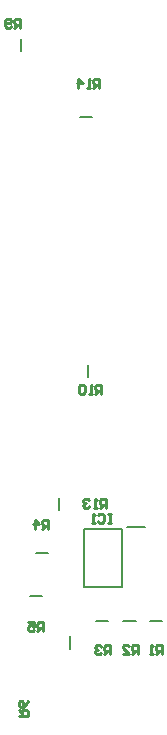
<source format=gbr>
G04*
G04 #@! TF.GenerationSoftware,Altium Limited,Altium Designer,23.0.1 (38)*
G04*
G04 Layer_Color=32896*
%FSLAX44Y44*%
%MOMM*%
G71*
G04*
G04 #@! TF.SameCoordinates,7BCDEA22-2D04-4257-93D8-CBB99C7658D5*
G04*
G04*
G04 #@! TF.FilePolarity,Positive*
G04*
G01*
G75*
%ADD10C,0.2000*%
%ADD12C,0.2540*%
D10*
X166036Y297631D02*
Y308131D01*
X109352Y573594D02*
Y584094D01*
X141296Y184827D02*
Y195327D01*
X159234Y517807D02*
X169734D01*
X122165Y148483D02*
X132665D01*
X117091Y111976D02*
X127591D01*
X150581Y67620D02*
Y78120D01*
X173081Y91526D02*
X183581D01*
X195983Y91550D02*
X206483D01*
X218728Y91526D02*
X229228D01*
X162939Y169482D02*
X195439D01*
X162939Y120282D02*
Y169482D01*
Y120282D02*
X195439D01*
Y169482D01*
X198939Y170682D02*
X214440D01*
D12*
X175944Y542886D02*
Y550504D01*
X172135D01*
X170866Y549234D01*
Y546695D01*
X172135Y545425D01*
X175944D01*
X173405D02*
X170866Y542886D01*
X168326D02*
X165787D01*
X167057D01*
Y550504D01*
X168326Y549234D01*
X158170Y542886D02*
Y550504D01*
X161978Y546695D01*
X156900D01*
X181184Y187090D02*
Y194707D01*
X177375D01*
X176106Y193438D01*
Y190898D01*
X177375Y189629D01*
X181184D01*
X178645D02*
X176106Y187090D01*
X173566D02*
X171027D01*
X172297D01*
Y194707D01*
X173566Y193438D01*
X167219D02*
X165949Y194707D01*
X163410D01*
X162140Y193438D01*
Y192168D01*
X163410Y190898D01*
X164679D01*
X163410D01*
X162140Y189629D01*
Y188359D01*
X163410Y187090D01*
X165949D01*
X167219Y188359D01*
X177440Y283706D02*
Y291324D01*
X173632D01*
X172362Y290054D01*
Y287515D01*
X173632Y286246D01*
X177440D01*
X174901D02*
X172362Y283706D01*
X169823D02*
X167284D01*
X168553D01*
Y291324D01*
X169823Y290054D01*
X163475D02*
X162205Y291324D01*
X159666D01*
X158397Y290054D01*
Y284976D01*
X159666Y283706D01*
X162205D01*
X163475Y284976D01*
Y290054D01*
X109081Y593698D02*
Y601316D01*
X105273D01*
X104003Y600046D01*
Y597507D01*
X105273Y596237D01*
X109081D01*
X106542D02*
X104003Y593698D01*
X101464Y594968D02*
X100194Y593698D01*
X97655D01*
X96385Y594968D01*
Y600046D01*
X97655Y601316D01*
X100194D01*
X101464Y600046D01*
Y598777D01*
X100194Y597507D01*
X96385D01*
X107681Y10804D02*
X115298D01*
Y14613D01*
X114028Y15882D01*
X111489D01*
X110220Y14613D01*
Y10804D01*
Y13343D02*
X107681Y15882D01*
X115298Y23500D02*
X114028Y20961D01*
X111489Y18422D01*
X108950D01*
X107681Y19691D01*
Y22230D01*
X108950Y23500D01*
X110220D01*
X111489Y22230D01*
Y18422D01*
X128217Y82692D02*
Y90310D01*
X124408D01*
X123138Y89040D01*
Y86501D01*
X124408Y85232D01*
X128217D01*
X125677D02*
X123138Y82692D01*
X115521Y90310D02*
X120599D01*
Y86501D01*
X118060Y87771D01*
X116790D01*
X115521Y86501D01*
Y83962D01*
X116790Y82692D01*
X119330D01*
X120599Y83962D01*
X132709Y169416D02*
Y177034D01*
X128900D01*
X127631Y175764D01*
Y173225D01*
X128900Y171955D01*
X132709D01*
X130170D02*
X127631Y169416D01*
X121283D02*
Y177034D01*
X125092Y173225D01*
X120013D01*
X185043Y62918D02*
Y70535D01*
X181234D01*
X179965Y69265D01*
Y66726D01*
X181234Y65457D01*
X185043D01*
X182504D02*
X179965Y62918D01*
X177426Y69265D02*
X176156Y70535D01*
X173617D01*
X172347Y69265D01*
Y67996D01*
X173617Y66726D01*
X174886D01*
X173617D01*
X172347Y65457D01*
Y64187D01*
X173617Y62918D01*
X176156D01*
X177426Y64187D01*
X208337Y63641D02*
Y71258D01*
X204528D01*
X203259Y69989D01*
Y67449D01*
X204528Y66180D01*
X208337D01*
X205798D02*
X203259Y63641D01*
X195641D02*
X200720D01*
X195641Y68719D01*
Y69989D01*
X196911Y71258D01*
X199450D01*
X200720Y69989D01*
X228702Y63287D02*
Y70904D01*
X224893D01*
X223623Y69635D01*
Y67095D01*
X224893Y65826D01*
X228702D01*
X226162D02*
X223623Y63287D01*
X221084D02*
X218545D01*
X219815D01*
Y70904D01*
X221084Y69635D01*
X185719Y181911D02*
X183180D01*
X184449D01*
Y174294D01*
X185719D01*
X183180D01*
X174293Y180642D02*
X175562Y181911D01*
X178101D01*
X179371Y180642D01*
Y175563D01*
X178101Y174294D01*
X175562D01*
X174293Y175563D01*
X171753Y174294D02*
X169214D01*
X170484D01*
Y181911D01*
X171753Y180642D01*
M02*

</source>
